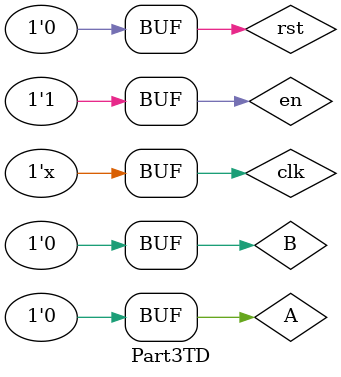
<source format=v>
`timescale 1ns/100 ps

module Part3TD;
	reg A = 0, B = 0, clk = 0, rst = 0, en = 0;
	wire S;

	initial
	  begin

	// 0ns
	rst = 1; A = 0;	B = 0;	en = 1;

	#10 // 10ns
	rst = 0; A = 1;	B = 1;	en = 1;
	
	#10 // 20ns 
	rst = 0; A = 0;	B = 1;	en = 1;

	#10 // 30ns
	rst = 0; A = 1;	B = 0;	en = 1;

	#10 // 40ns
	rst = 1; A = 0;	B = 0;	en = 0;

	#10 // 50ns
	rst = 0; A = 0;	B = 1;	en = 1;
	
	#10 // 60ns
	rst = 0; A = 0;	B = 0;	en = 1;

	#10 // 70ns
	rst = 0; A = 1;	B = 0;	en = 1;
	
	#10 // 80ns
	rst = 0; A = 1;	B = 0;	en = 1;

	#10 // 90 ns
	rst = 0; A = 1;	B = 0;	en = 1;

	#10	//100ns
	rst = 0; A = 0;	B = 1;	en = 1;

	#10 //110ns
	rst = 0; A = 1;	B = 1;	en = 1;

	#10 // 120ns
	rst = 0; A = 1;	B = 1;	en = 1;
	
	#10 // 130ns
	rst = 0; A = 1;	B = 1;	en = 1;

	#10 // 140ns
	rst = 0; A = 0;	B = 0;	en = 1;

	#10 // 150ns
	rst = 0; A = 1;	B = 1;	en = 1;
	
	#10 // 160ns
	rst = 0; A = 1;	B = 1;	en = 1;

	#10 // 170ns
	rst = 0; A = 0;	B = 1;	en = 1;

	#10 // 180ns
	rst = 0; A = 1;	B = 1;	en = 1;

	#10 // 190ns
	rst = 0; A = 1;	B = 0;	en = 1;
	
	#10 // 200ns
	rst = 0; A = 0;	B = 0;	en = 1;
	end


  always
      begin
      clk = #5 ~clk;
      end

    Part3 uut (.A(A),.B(B),.clk(clk),.rst(rst),.en(en),.S(S)); 

endmodule
</source>
